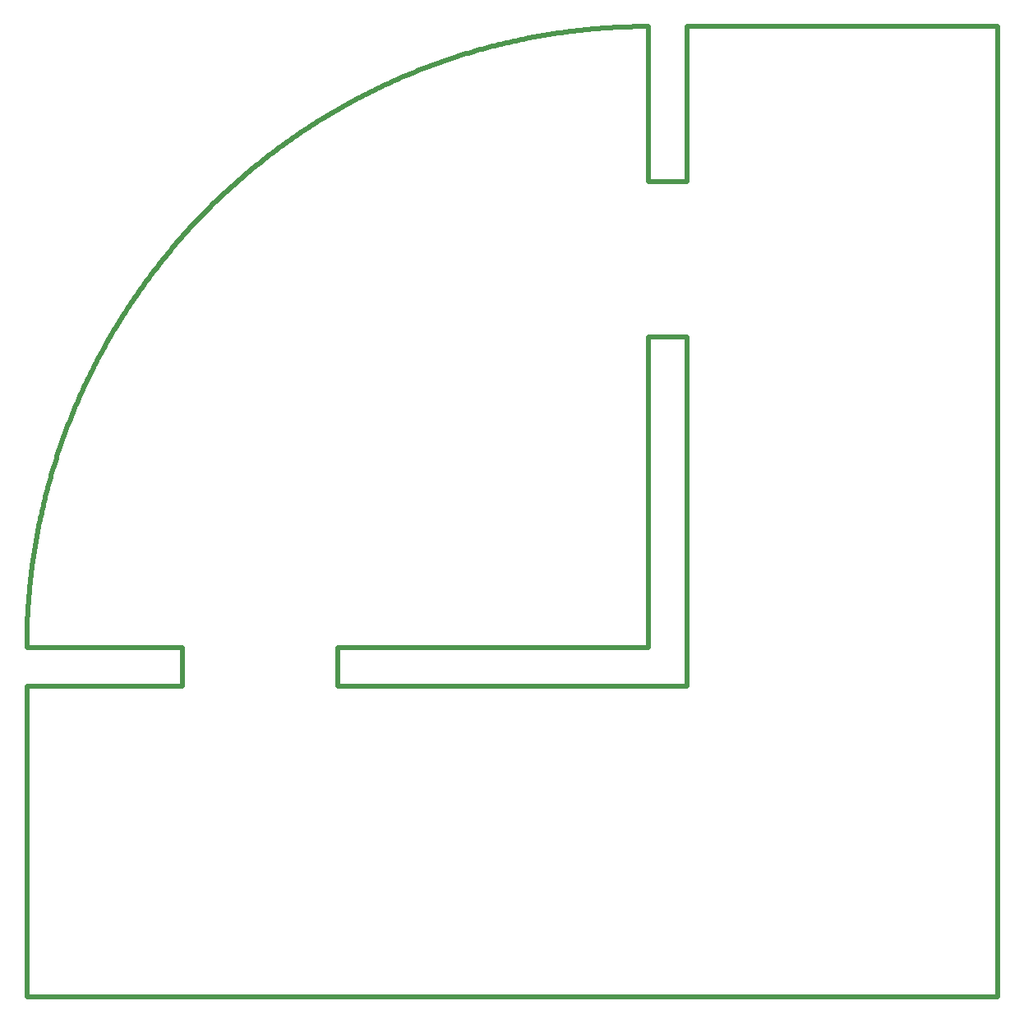
<source format=gm1>
G04*
G04 #@! TF.GenerationSoftware,Altium Limited,Altium Designer,18.1.9 (240)*
G04*
G04 Layer_Color=16711935*
%FSLAX25Y25*%
%MOIN*%
G70*
G01*
G75*
%ADD10C,0.01968*%
D10*
X389764Y531496D02*
X388764Y531494D01*
X387765Y531488D01*
X386765Y531478D01*
X385766Y531464D01*
X384767Y531447D01*
X383768Y531425D01*
X382768Y531399D01*
X381769Y531369D01*
X380770Y531335D01*
X379772Y531298D01*
X378773Y531256D01*
X377775Y531211D01*
X376776Y531161D01*
X375778Y531108D01*
X374781Y531050D01*
X373783Y530989D01*
X372786Y530923D01*
X371789Y530854D01*
X370792Y530781D01*
X369795Y530704D01*
X368799Y530622D01*
X367803Y530537D01*
X366808Y530448D01*
X365813Y530355D01*
X364818Y530258D01*
X363824Y530157D01*
X362830Y530052D01*
X361836Y529944D01*
X360843Y529831D01*
X359850Y529714D01*
X358858Y529594D01*
X357867Y529469D01*
X356875Y529341D01*
X355885Y529208D01*
X354895Y529072D01*
X353905Y528931D01*
X352916Y528787D01*
X351928Y528639D01*
X350940Y528487D01*
X349953Y528331D01*
X348966Y528171D01*
X347980Y528007D01*
X346995Y527840D01*
X346010Y527668D01*
X345026Y527493D01*
X344043Y527313D01*
X343060Y527130D01*
X342079Y526943D01*
X341097Y526752D01*
X340117Y526557D01*
X339138Y526358D01*
X338159Y526155D01*
X337181Y525948D01*
X336204Y525738D01*
X335228Y525523D01*
X334253Y525305D01*
X333278Y525083D01*
X332305Y524857D01*
X331332Y524627D01*
X330360Y524394D01*
X329389Y524156D01*
X328419Y523914D01*
X327450Y523669D01*
X326483Y523420D01*
X325516Y523167D01*
X324550Y522910D01*
X323585Y522650D01*
X322621Y522386D01*
X321658Y522117D01*
X320696Y521845D01*
X319736Y521569D01*
X318776Y521290D01*
X317818Y521006D01*
X316861Y520719D01*
X315904Y520428D01*
X314949Y520133D01*
X313996Y519834D01*
X313043Y519532D01*
X312092Y519226D01*
X311141Y518916D01*
X310192Y518602D01*
X309245Y518284D01*
X308298Y517963D01*
X307353Y517638D01*
X306409Y517309D01*
X305467Y516977D01*
X304526Y516641D01*
X303586Y516301D01*
X302647Y515957D01*
X301710Y515610D01*
X300774Y515258D01*
X299840Y514903D01*
X298907Y514545D01*
X297975Y514183D01*
X297045Y513817D01*
X296117Y513447D01*
X295190Y513074D01*
X294264Y512697D01*
X293340Y512316D01*
X292417Y511932D01*
X291496Y511544D01*
X290577Y511152D01*
X289659Y510757D01*
X288742Y510358D01*
X287827Y509956D01*
X286914Y509550D01*
X286003Y509140D01*
X285093Y508726D01*
X284184Y508309D01*
X283278Y507889D01*
X282373Y507465D01*
X281469Y507037D01*
X280568Y506605D01*
X279668Y506171D01*
X278770Y505732D01*
X277873Y505290D01*
X276979Y504844D01*
X276086Y504395D01*
X275195Y503942D01*
X274306Y503486D01*
X273418Y503026D01*
X272532Y502563D01*
X271649Y502097D01*
X270767Y501626D01*
X269887Y501153D01*
X269008Y500675D01*
X268132Y500195D01*
X267258Y499710D01*
X266385Y499223D01*
X265515Y498732D01*
X264646Y498237D01*
X263780Y497739D01*
X262915Y497237D01*
X262053Y496733D01*
X261192Y496224D01*
X260334Y495713D01*
X259477Y495197D01*
X258623Y494679D01*
X257770Y494157D01*
X256920Y493632D01*
X256072Y493103D01*
X255226Y492571D01*
X254382Y492036D01*
X253540Y491497D01*
X252700Y490955D01*
X251862Y490410D01*
X251027Y489861D01*
X250194Y489309D01*
X249363Y488754D01*
X248534Y488195D01*
X247707Y487634D01*
X246883Y487068D01*
X246061Y486500D01*
X245241Y485928D01*
X244423Y485354D01*
X243608Y484775D01*
X242795Y484194D01*
X241984Y483609D01*
X241176Y483022D01*
X240370Y482431D01*
X239566Y481836D01*
X238765Y481239D01*
X237966Y480639D01*
X237170Y480035D01*
X236375Y479428D01*
X235584Y478818D01*
X234794Y478205D01*
X234008Y477589D01*
X233223Y476969D01*
X232441Y476347D01*
X231662Y475721D01*
X230885Y475092D01*
X230110Y474461D01*
X229338Y473826D01*
X228569Y473188D01*
X227802Y472547D01*
X227037Y471903D01*
X226275Y471256D01*
X225516Y470606D01*
X224760Y469953D01*
X224006Y469297D01*
X223254Y468638D01*
X222505Y467976D01*
X221759Y467311D01*
X221015Y466643D01*
X220274Y465972D01*
X219536Y465298D01*
X218801Y464621D01*
X218068Y463942D01*
X217338Y463259D01*
X216610Y462574D01*
X215885Y461886D01*
X215163Y461194D01*
X214444Y460500D01*
X213728Y459803D01*
X213014Y459104D01*
X212303Y458401D01*
X211595Y457696D01*
X210890Y456988D01*
X210187Y456277D01*
X209487Y455563D01*
X208790Y454847D01*
X208096Y454127D01*
X207405Y453405D01*
X206717Y452681D01*
X206031Y451953D01*
X205349Y451223D01*
X204669Y450490D01*
X203993Y449754D01*
X203319Y449016D01*
X202648Y448275D01*
X201980Y447532D01*
X201315Y446785D01*
X200653Y446037D01*
X199994Y445285D01*
X199338Y444531D01*
X198685Y443774D01*
X198035Y443015D01*
X197388Y442253D01*
X196744Y441489D01*
X196103Y440722D01*
X195465Y439953D01*
X194830Y439181D01*
X194199Y438406D01*
X193570Y437629D01*
X192944Y436849D01*
X192322Y436068D01*
X191702Y435283D01*
X191086Y434496D01*
X190473Y433707D01*
X189863Y432915D01*
X189256Y432121D01*
X188652Y431324D01*
X188052Y430525D01*
X187454Y429724D01*
X186860Y428920D01*
X186269Y428114D01*
X185681Y427306D01*
X185097Y426495D01*
X184515Y425682D01*
X183937Y424867D01*
X183362Y424049D01*
X182791Y423229D01*
X182222Y422407D01*
X181657Y421583D01*
X181095Y420756D01*
X180537Y419927D01*
X179981Y419096D01*
X179429Y418263D01*
X178881Y417428D01*
X178335Y416590D01*
X177793Y415750D01*
X177255Y414908D01*
X176719Y414064D01*
X176187Y413218D01*
X175659Y412370D01*
X175133Y411520D01*
X174611Y410667D01*
X174093Y409813D01*
X173578Y408956D01*
X173066Y408098D01*
X172558Y407237D01*
X172053Y406374D01*
X171551Y405510D01*
X171053Y404643D01*
X170559Y403775D01*
X170068Y402904D01*
X169580Y402032D01*
X169096Y401157D01*
X168615Y400281D01*
X168138Y399403D01*
X167664Y398523D01*
X167194Y397641D01*
X166727Y396757D01*
X166264Y395871D01*
X165804Y394984D01*
X165348Y394094D01*
X164895Y393203D01*
X164446Y392310D01*
X164000Y391416D01*
X163558Y390519D01*
X163120Y389621D01*
X162685Y388721D01*
X162253Y387820D01*
X161826Y386916D01*
X161401Y386011D01*
X160981Y385105D01*
X160564Y384196D01*
X160151Y383286D01*
X159741Y382375D01*
X159335Y381461D01*
X158932Y380546D01*
X158533Y379630D01*
X158138Y378712D01*
X157746Y377792D01*
X157358Y376871D01*
X156974Y375949D01*
X156593Y375024D01*
X156216Y374099D01*
X155843Y373171D01*
X155473Y372243D01*
X155107Y371313D01*
X154745Y370381D01*
X154387Y369448D01*
X154032Y368514D01*
X153681Y367578D01*
X153333Y366641D01*
X152990Y365702D01*
X152650Y364762D01*
X152313Y363821D01*
X151981Y362879D01*
X151652Y361935D01*
X151327Y360990D01*
X151006Y360043D01*
X150688Y359095D01*
X150374Y358146D01*
X150065Y357196D01*
X149758Y356245D01*
X149456Y355292D01*
X149157Y354338D01*
X148862Y353383D01*
X148571Y352427D01*
X148284Y351470D01*
X148001Y350511D01*
X147721Y349552D01*
X147445Y348591D01*
X147173Y347629D01*
X146905Y346666D01*
X146640Y345703D01*
X146380Y344738D01*
X146123Y343772D01*
X145870Y342805D01*
X145621Y341837D01*
X145376Y340868D01*
X145134Y339898D01*
X144897Y338927D01*
X144663Y337955D01*
X144433Y336982D01*
X144207Y336009D01*
X143985Y335034D01*
X143767Y334059D01*
X143552Y333083D01*
X143342Y332106D01*
X143135Y331128D01*
X142933Y330149D01*
X142734Y329169D01*
X142539Y328189D01*
X142348Y327208D01*
X142160Y326226D01*
X141977Y325244D01*
X141798Y324260D01*
X141622Y323276D01*
X141451Y322292D01*
X141283Y321306D01*
X141119Y320320D01*
X140960Y319334D01*
X140804Y318347D01*
X140652Y317359D01*
X140503Y316370D01*
X140359Y315381D01*
X140219Y314391D01*
X140083Y313401D01*
X139950Y312411D01*
X139822Y311420D01*
X139697Y310428D01*
X139577Y309436D01*
X139460Y308443D01*
X139347Y307450D01*
X139238Y306456D01*
X139134Y305462D01*
X139033Y304468D01*
X138936Y303473D01*
X138843Y302478D01*
X138754Y301482D01*
X138669Y300486D01*
X138587Y299490D01*
X138510Y298494D01*
X138437Y297497D01*
X138367Y296500D01*
X138302Y295502D01*
X138241Y294505D01*
X138183Y293507D01*
X138130Y292509D01*
X138080Y291511D01*
X138035Y290512D01*
X137993Y289513D01*
X137956Y288515D01*
X137922Y287516D01*
X137892Y286517D01*
X137866Y285518D01*
X137845Y284518D01*
X137827Y283519D01*
X137813Y282520D01*
X137803Y281520D01*
X137797Y280521D01*
X137795Y279528D01*
X531496Y137795D02*
Y531496D01*
X137795Y279528D02*
X200787Y279528D01*
X137795Y137795D02*
Y263779D01*
X200787D02*
Y279528D01*
X137795Y263779D02*
X200787D01*
X389764Y468504D02*
Y531496D01*
Y468504D02*
X405512D01*
Y531496D01*
X263779Y263779D02*
X405512D01*
X263779Y279528D02*
X389764D01*
X405512Y531496D02*
X531496Y531496D01*
X389764Y405512D02*
X389764Y279528D01*
X263779Y263779D02*
Y279528D01*
X389764Y405512D02*
X405512D01*
X405512D02*
X405512Y263779D01*
X137795Y137795D02*
X531496D01*
M02*

</source>
